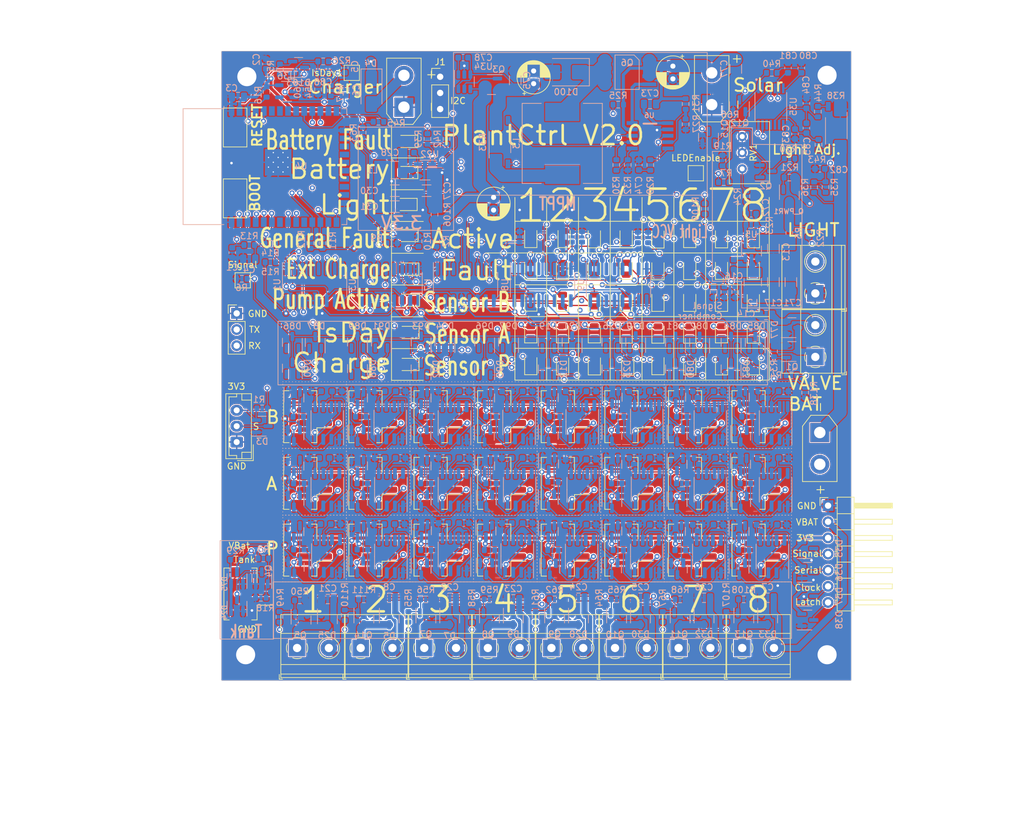
<source format=kicad_pcb>
(kicad_pcb (version 20221018) (generator pcbnew)

  (general
    (thickness 1.6)
  )

  (paper "A4")
  (layers
    (0 "F.Cu" signal)
    (1 "In1.Cu" signal)
    (2 "In2.Cu" signal)
    (31 "B.Cu" signal)
    (32 "B.Adhes" user "B.Adhesive")
    (33 "F.Adhes" user "F.Adhesive")
    (34 "B.Paste" user)
    (35 "F.Paste" user)
    (36 "B.SilkS" user "B.Silkscreen")
    (37 "F.SilkS" user "F.Silkscreen")
    (38 "B.Mask" user)
    (39 "F.Mask" user)
    (40 "Dwgs.User" user "User.Drawings")
    (41 "Cmts.User" user "User.Comments")
    (42 "Eco1.User" user "User.Eco1")
    (43 "Eco2.User" user "User.Eco2")
    (44 "Edge.Cuts" user)
    (45 "Margin" user)
    (46 "B.CrtYd" user "B.Courtyard")
    (47 "F.CrtYd" user "F.Courtyard")
    (48 "B.Fab" user)
    (49 "F.Fab" user)
  )

  (setup
    (stackup
      (layer "F.SilkS" (type "Top Silk Screen"))
      (layer "F.Paste" (type "Top Solder Paste"))
      (layer "F.Mask" (type "Top Solder Mask") (thickness 0.01))
      (layer "F.Cu" (type "copper") (thickness 0.035))
      (layer "dielectric 1" (type "prepreg") (thickness 0.1) (material "FR4") (epsilon_r 4.5) (loss_tangent 0.02))
      (layer "In1.Cu" (type "copper") (thickness 0.035))
      (layer "dielectric 2" (type "core") (thickness 1.24) (material "FR4") (epsilon_r 4.5) (loss_tangent 0.02))
      (layer "In2.Cu" (type "copper") (thickness 0.035))
      (layer "dielectric 3" (type "prepreg") (thickness 0.1) (material "FR4") (epsilon_r 4.5) (loss_tangent 0.02))
      (layer "B.Cu" (type "copper") (thickness 0.035))
      (layer "B.Mask" (type "Bottom Solder Mask") (thickness 0.01))
      (layer "B.Paste" (type "Bottom Solder Paste"))
      (layer "B.SilkS" (type "Bottom Silk Screen"))
      (copper_finish "HAL lead-free")
      (dielectric_constraints no)
    )
    (pad_to_mask_clearance 0.05)
    (aux_axis_origin 68.58 26.67)
    (grid_origin 68.58 26.67)
    (pcbplotparams
      (layerselection 0x003ffff_ffffffff)
      (plot_on_all_layers_selection 0x0000000_00000000)
      (disableapertmacros false)
      (usegerberextensions false)
      (usegerberattributes false)
      (usegerberadvancedattributes false)
      (creategerberjobfile false)
      (dashed_line_dash_ratio 12.000000)
      (dashed_line_gap_ratio 3.000000)
      (svgprecision 4)
      (plotframeref false)
      (viasonmask false)
      (mode 1)
      (useauxorigin false)
      (hpglpennumber 1)
      (hpglpenspeed 20)
      (hpglpendiameter 15.000000)
      (dxfpolygonmode true)
      (dxfimperialunits true)
      (dxfusepcbnewfont true)
      (psnegative false)
      (psa4output false)
      (plotreference true)
      (plotvalue true)
      (plotinvisibletext false)
      (sketchpadsonfab false)
      (subtractmaskfromsilk false)
      (outputformat 1)
      (mirror false)
      (drillshape 0)
      (scaleselection 1)
      (outputdirectory "gerber/")
    )
  )

  (net 0 "")
  (net 1 "Net-(U4-IO0)")
  (net 2 "Net-(U4-EN)")
  (net 3 "VBAT")
  (net 4 "GND")
  (net 5 "Net-(S_A_1-Pin_1)")
  (net 6 "Net-(U10-CV)")
  (net 7 "Net-(D2-A)")
  (net 8 "Net-(D12-A)")
  (net 9 "unconnected-(D12-K-Pad2)")
  (net 10 "3_3V")
  (net 11 "Temp")
  (net 12 "unconnected-(D19-K-Pad2)")
  (net 13 "Net-(S_B_1-Pin_1)")
  (net 14 "Net-(D21-A)")
  (net 15 "Net-(U22-BST)")
  (net 16 "Net-(PUMP2-Pin_1)")
  (net 17 "PUMP_ENABLE")
  (net 18 "TANK_SENSOR")
  (net 19 "Net-(PUMP3-Pin_1)")
  (net 20 "Net-(PUMP4-Pin_1)")
  (net 21 "Net-(PUMP1-Pin_1)")
  (net 22 "Net-(PUMP5-Pin_1)")
  (net 23 "Net-(PUMP6-Pin_1)")
  (net 24 "Net-(PUMP7-Pin_1)")
  (net 25 "Net-(PUMP8-Pin_1)")
  (net 26 "SerialOut")
  (net 27 "Clock")
  (net 28 "Latch")
  (net 29 "Net-(Q1-G)")
  (net 30 "unconnected-(D21-K-Pad2)")
  (net 31 "ESP_RX")
  (net 32 "ESP_TX")
  (net 33 "Net-(Boot1-Pad2)")
  (net 34 "SDA")
  (net 35 "SCL")
  (net 36 "unconnected-(D23-K-Pad2)")
  (net 37 "Net-(D26-A)")
  (net 38 "Net-(D10-K)")
  (net 39 "Net-(Q5-G)")
  (net 40 "unconnected-(D26-K-Pad2)")
  (net 41 "Net-(Q7-G)")
  (net 42 "Net-(Q8-G)")
  (net 43 "Net-(Q9-G)")
  (net 44 "Net-(Q10-G)")
  (net 45 "Net-(Q11-G)")
  (net 46 "Net-(Q4-G)")
  (net 47 "Net-(Q13-G)")
  (net 48 "Net-(Q14-G)")
  (net 49 "Net-(D78-A)")
  (net 50 "Net-(D79-A)")
  (net 51 "Net-(C5-Pad2)")
  (net 52 "unconnected-(D79-K-Pad2)")
  (net 53 "Net-(U11-CV)")
  (net 54 "Net-(D19-A)")
  (net 55 "PUMP1")
  (net 56 "Net-(D23-A)")
  (net 57 "PUMP3")
  (net 58 "Net-(D80-A)")
  (net 59 "Net-(R14-Pad2)")
  (net 60 "PUMP4")
  (net 61 "PUMP5")
  (net 62 "PUMP6")
  (net 63 "PUMP7")
  (net 64 "PUMP8")
  (net 65 "PUMP2")
  (net 66 "unconnected-(U4-SENSOR_VP-Pad4)")
  (net 67 "unconnected-(U4-IO34-Pad6)")
  (net 68 "unconnected-(U4-IO35-Pad7)")
  (net 69 "Net-(D78-K)")
  (net 70 "unconnected-(U4-IO14-Pad13)")
  (net 71 "unconnected-(U4-IO12-Pad14)")
  (net 72 "unconnected-(D80-K-Pad2)")
  (net 73 "unconnected-(U4-SHD{slash}SD2-Pad17)")
  (net 74 "unconnected-(U4-SWP{slash}SD3-Pad18)")
  (net 75 "unconnected-(U4-SCS{slash}CMD-Pad19)")
  (net 76 "unconnected-(U4-SCK{slash}CLK-Pad20)")
  (net 77 "unconnected-(U4-SDO{slash}SD0-Pad21)")
  (net 78 "unconnected-(U4-SDI{slash}SD1-Pad22)")
  (net 79 "unconnected-(U4-IO15-Pad23)")
  (net 80 "unconnected-(U4-IO5-Pad29)")
  (net 81 "SIGNAL")
  (net 82 "SerialIn")
  (net 83 "unconnected-(U4-NC-Pad32)")
  (net 84 "SENSOR1_PUMP_END")
  (net 85 "SENSOR1_A")
  (net 86 "SENSOR1_B")
  (net 87 "SENSOR2_PUMP_END")
  (net 88 "SENSOR2_A")
  (net 89 "SENSOR2_B")
  (net 90 "SENSOR3_PUMP_END")
  (net 91 "SENSOR3_A")
  (net 92 "SENSOR3_B")
  (net 93 "SENSOR4_PUMP_END")
  (net 94 "SENSOR4_A")
  (net 95 "SENSOR4_B")
  (net 96 "SENSOR5_PUMP_END")
  (net 97 "SENSOR5_A")
  (net 98 "SENSOR5_B")
  (net 99 "SENSOR6_PUMP_END")
  (net 100 "SENSOR6_A")
  (net 101 "SENSOR6_B")
  (net 102 "SENSOR7_PUMP_END")
  (net 103 "SENSOR7_A")
  (net 104 "SENSOR7_B")
  (net 105 "SENSOR8_PUMP_END")
  (net 106 "SENSOR8_A")
  (net 107 "SENSOR8_B")
  (net 108 "Net-(D10-A)")
  (net 109 "Net-(D2-K)")
  (net 110 "Net-(S_P_2-Pin_1)")
  (net 111 "Net-(U12-CV)")
  (net 112 "Net-(S_A_2-Pin_1)")
  (net 113 "Net-(U13-CV)")
  (net 114 "Net-(U2-CV)")
  (net 115 "Net-(S_B_2-Pin_1)")
  (net 116 "Net-(U14-CV)")
  (net 117 "Net-(S_P_3-Pin_1)")
  (net 118 "Net-(U15-CV)")
  (net 119 "Net-(S_A_3-Pin_1)")
  (net 120 "Net-(U16-CV)")
  (net 121 "Net-(S_B_3-Pin_1)")
  (net 122 "Net-(U17-CV)")
  (net 123 "Net-(S_P_4-Pin_1)")
  (net 124 "Net-(U18-CV)")
  (net 125 "Net-(S_A_4-Pin_1)")
  (net 126 "Net-(U19-CV)")
  (net 127 "Net-(S_B_4-Pin_1)")
  (net 128 "Net-(U20-CV)")
  (net 129 "Net-(S_P_5-Pin_1)")
  (net 130 "Net-(U21-CV)")
  (net 131 "Net-(S_A_5-Pin_1)")
  (net 132 "Net-(U23-CV)")
  (net 133 "Net-(P_FAULT1-K)")
  (net 134 "Net-(P_FAULT2-K)")
  (net 135 "Net-(P_FAULT3-K)")
  (net 136 "Net-(P_FAULT4-K)")
  (net 137 "Net-(P_FAULT5-K)")
  (net 138 "Net-(P_FAULT6-K)")
  (net 139 "Net-(P_FAULT7-K)")
  (net 140 "Net-(P_FAULT8-K)")
  (net 141 "Net-(S_B_5-Pin_1)")
  (net 142 "Net-(U24-CV)")
  (net 143 "Net-(S_P_6-Pin_1)")
  (net 144 "Net-(U25-CV)")
  (net 145 "Net-(S_A_6-Pin_1)")
  (net 146 "Net-(U26-CV)")
  (net 147 "Net-(S_B_6-Pin_1)")
  (net 148 "Net-(U27-CV)")
  (net 149 "Net-(S_P_7-Pin_1)")
  (net 150 "Net-(U28-CV)")
  (net 151 "Net-(S_A_7-Pin_1)")
  (net 152 "Net-(U29-CV)")
  (net 153 "Net-(S_B_7-Pin_1)")
  (net 154 "Net-(U30-CV)")
  (net 155 "Net-(S_P_8-Pin_1)")
  (net 156 "Net-(U31-CV)")
  (net 157 "Net-(S_A_8-Pin_1)")
  (net 158 "Net-(U32-CV)")
  (net 159 "Net-(S_B_8-Pin_1)")
  (net 160 "Net-(U33-CV)")
  (net 161 "Net-(S_P_1-Pin_1)")
  (net 162 "Net-(S_P_1-Pin_2)")
  (net 163 "Net-(S_A_1-Pin_2)")
  (net 164 "Net-(S_B_1-Pin_2)")
  (net 165 "Net-(S_P_2-Pin_2)")
  (net 166 "Net-(S_A_2-Pin_2)")
  (net 167 "Net-(S_B_2-Pin_2)")
  (net 168 "Net-(S_P_3-Pin_2)")
  (net 169 "Net-(S_A_3-Pin_2)")
  (net 170 "Net-(S_B_3-Pin_2)")
  (net 171 "Net-(S_P_4-Pin_2)")
  (net 172 "Net-(S_A_4-Pin_2)")
  (net 173 "Net-(S_B_4-Pin_2)")
  (net 174 "Net-(S_P_5-Pin_2)")
  (net 175 "Net-(S_A_5-Pin_2)")
  (net 176 "Net-(S_B_5-Pin_2)")
  (net 177 "Net-(S_P_6-Pin_2)")
  (net 178 "Net-(S_A_6-Pin_2)")
  (net 179 "Net-(S_B_6-Pin_2)")
  (net 180 "Net-(S_P_7-Pin_2)")
  (net 181 "Net-(S_A_7-Pin_2)")
  (net 182 "Net-(S_B_7-Pin_2)")
  (net 183 "Net-(S_P_8-Pin_2)")
  (net 184 "Net-(S_A_8-Pin_2)")
  (net 185 "Net-(S_B_8-Pin_2)")
  (net 186 "Net-(D81-A)")
  (net 187 "unconnected-(D81-K-Pad2)")
  (net 188 "Net-(D82-A)")
  (net 189 "unconnected-(D82-K-Pad2)")
  (net 190 "Net-(D83-A)")
  (net 191 "unconnected-(D83-K-Pad2)")
  (net 192 "Net-(D84-A)")
  (net 193 "unconnected-(D84-K-Pad2)")
  (net 194 "Net-(D85-A)")
  (net 195 "unconnected-(D85-K-Pad2)")
  (net 196 "Net-(D86-A)")
  (net 197 "unconnected-(D86-K-Pad2)")
  (net 198 "Net-(D87-A)")
  (net 199 "unconnected-(D87-K-Pad2)")
  (net 200 "Net-(D88-A)")
  (net 201 "unconnected-(D88-K-Pad2)")
  (net 202 "Net-(D89-A)")
  (net 203 "unconnected-(D89-K-Pad2)")
  (net 204 "Net-(D90-A)")
  (net 205 "unconnected-(D90-K-Pad2)")
  (net 206 "Net-(D91-A)")
  (net 207 "unconnected-(D91-K-Pad2)")
  (net 208 "Net-(D92-A)")
  (net 209 "unconnected-(D92-K-Pad2)")
  (net 210 "unconnected-(U2-DIS-Pad7)")
  (net 211 "unconnected-(U10-DIS-Pad7)")
  (net 212 "unconnected-(U11-DIS-Pad7)")
  (net 213 "unconnected-(U12-DIS-Pad7)")
  (net 214 "unconnected-(U13-DIS-Pad7)")
  (net 215 "unconnected-(U14-DIS-Pad7)")
  (net 216 "unconnected-(U15-DIS-Pad7)")
  (net 217 "unconnected-(U16-DIS-Pad7)")
  (net 218 "unconnected-(U17-DIS-Pad7)")
  (net 219 "unconnected-(U18-DIS-Pad7)")
  (net 220 "unconnected-(U19-DIS-Pad7)")
  (net 221 "unconnected-(U20-DIS-Pad7)")
  (net 222 "unconnected-(U21-DIS-Pad7)")
  (net 223 "unconnected-(U23-DIS-Pad7)")
  (net 224 "unconnected-(U24-DIS-Pad7)")
  (net 225 "unconnected-(U25-DIS-Pad7)")
  (net 226 "unconnected-(U26-DIS-Pad7)")
  (net 227 "unconnected-(U27-DIS-Pad7)")
  (net 228 "unconnected-(U28-DIS-Pad7)")
  (net 229 "unconnected-(U29-DIS-Pad7)")
  (net 230 "unconnected-(U30-DIS-Pad7)")
  (net 231 "unconnected-(U31-DIS-Pad7)")
  (net 232 "unconnected-(U32-DIS-Pad7)")
  (net 233 "unconnected-(U33-DIS-Pad7)")
  (net 234 "IsDay")
  (net 235 "S_VIN")
  (net 236 "Net-(D93-A)")
  (net 237 "unconnected-(D93-K-Pad2)")
  (net 238 "Net-(D94-A)")
  (net 239 "unconnected-(D94-K-Pad2)")
  (net 240 "Net-(D95-A)")
  (net 241 "unconnected-(D95-K-Pad2)")
  (net 242 "Net-(D96-A)")
  (net 243 "unconnected-(D96-K-Pad2)")
  (net 244 "Net-(D97-A)")
  (net 245 "unconnected-(D97-K-Pad2)")
  (net 246 "Net-(P_FAULT1-A)")
  (net 247 "Net-(P_FAULT2-A)")
  (net 248 "Net-(P_FAULT3-A)")
  (net 249 "Net-(P_FAULT4-A)")
  (net 250 "Net-(P_FAULT5-A)")
  (net 251 "Net-(P_FAULT6-A)")
  (net 252 "Net-(P_FAULT7-A)")
  (net 253 "Net-(P_FAULT8-A)")
  (net 254 "5K_VBAT")
  (net 255 "1K_GND")
  (net 256 "Net-(U1-QH')")
  (net 257 "Net-(U3-QH')")
  (net 258 "Net-(U7-QH')")
  (net 259 "Net-(U8-QH')")
  (net 260 "/Light_In")
  (net 261 "Net-(U5-BST)")
  (net 262 "Net-(Q2-G)")
  (net 263 "Net-(Q2-D)")
  (net 264 "Net-(Q_PWR1-G)")
  (net 265 "Net-(Q_PWR1-D)")
  (net 266 "LED_ENABLE")
  (net 267 "Net-(I2C3-A)")
  (net 268 "Net-(R24-Pad2)")
  (net 269 "Net-(U5-FB)")
  (net 270 "/Light+")
  (net 271 "Net-(U6-VG)")
  (net 272 "Net-(C74-Pad1)")
  (net 273 "Net-(D98-K)")
  (net 274 "Net-(D98-A)")
  (net 275 "Net-(D100-K)")
  (net 276 "Net-(L3-Pad2)")
  (net 277 "Net-(Q6-G)")
  (net 278 "Net-(U6-MPPT)")
  (net 279 "Net-(U6-COM)")
  (net 280 "Net-(U6-BAT)")
  (net 281 "Net-(U6-FB)")
  (net 282 "Net-(U6-CSP)")
  (net 283 "/3_3IN")
  (net 284 "/Light_cool")
  (net 285 "/3_3V_cool")
  (net 286 "Net-(Q3-S)")
  (net 287 "Net-(U34-VCAP)")
  (net 288 "Net-(Q3-G)")
  (net 289 "Net-(J3-Pin_1)")
  (net 290 "ENABLE_TANK")
  (net 291 "Net-(battery1-Pin_1)")
  (net 292 "Net-(U35-BAT)")
  (net 293 "Net-(U35-SRP)")
  (net 294 "Net-(U35-SRN)")
  (net 295 "Net-(D76-K)")
  (net 296 "Net-(D76-A)")
  (net 297 "Net-(D13-K)")
  (net 298 "Net-(D13-A)")
  (net 299 "Net-(R38-Pad2)")
  (net 300 "Net-(R38-Pad3)")
  (net 301 "BAT_LED")
  (net 302 "BAT_ALERT")
  (net 303 "unconnected-(U35-P6{slash}TS-Pad11)")
  (net 304 "unconnected-(U35-P5{slash}HDQ-Pad12)")
  (net 305 "REG25")
  (net 306 "EXT_3V3")
  (net 307 "EXT_12V")
  (net 308 "Net-(C88-Pad1)")
  (net 309 "Net-(U36-+)")
  (net 310 "Net-(U36--)")
  (net 311 "Net-(D11-A)")
  (net 312 "Net-(U4-IO25)")

  (footprint "Button_Switch_SMD:SW_SPST_CK_RS282G05A3" (layer "F.Cu") (at 172.33 52.67 90))

  (footprint "LED_SMD:LED_0805_2012Metric" (layer "F.Cu") (at 228.83 84.8825 90))

  (footprint "LED_SMD:LED_0805_2012Metric" (layer "F.Cu") (at 233.83 79.8825 90))

  (footprint "Connector_AMASS:AMASS_XT30UPB-M_1x02_P5.0mm_Vertical" (layer "F.Cu") (at 247.28 49.07 90))

  (footprint "LED_SMD:LED_0805_2012Metric" (layer "F.Cu") (at 199.53 74.9575 180))

  (footprint "Button_Switch_SMD:SW_SPST_CK_RS282G05A3" (layer "F.Cu") (at 172.33 63.82 -90))

  (footprint "LED_SMD:LED_0805_2012Metric" (layer "F.Cu") (at 218.83 74.8825 90))

  (footprint "Connector_JST:JST_PH_B2B-PH-SM4-TB_1x02-1MP_P2.00mm_Vertical" (layer "F.Cu") (at 224.83 119.17 90))

  (footprint "LED_SMD:LED_0805_2012Metric" (layer "F.Cu") (at 228.83 74.92 90))

  (footprint "Connector_JST:JST_PH_B2B-PH-SM4-TB_1x02-1MP_P2.00mm_Vertical" (layer "F.Cu") (at 244.83 98.17 90))

  (footprint "LED_SMD:LED_0805_2012Metric" (layer "F.Cu") (at 218.83 79.8825 90))

  (footprint "Connector_AMASS:AMASS_XT30UPB-F_1x02_P5.0mm_Vertical" (layer "F.Cu") (at 264.28 100.67 -90))

  (footprint "LED_SMD:LED_0805_2012Metric" (layer "F.Cu") (at 223.83 79.92 90))

  (footprint "Connector_JST:JST_PH_B2B-PH-SM4-TB_1x02-1MP_P2.00mm_Vertical" (layer "F.Cu") (at 254.83 108.67 90))

  (footprint "TerminalBlock_Phoenix:TerminalBlock_Phoenix_MKDS-1,5-2_1x02_P5.00mm_Horizontal" (layer "F.Cu") (at 232.08 134.575))

  (footprint "TerminalBlock_Phoenix:TerminalBlock_Phoenix_MKDS-1,5-2_1x02_P5.00mm_Horizontal" (layer "F.Cu") (at 242.08 134.575))

  (footprint "TerminalBlock_Phoenix:TerminalBlock_Phoenix_MKDS-1,5-2_1x02_P5.00mm_Horizontal" (layer "F.Cu") (at 263.58 88.77 90))

  (footprint "Connector_JST:JST_PH_B2B-PH-SM4-TB_1x02-1MP_P2.00mm_Vertical" (layer "F.Cu") (at 194.58 98.17 90))

  (footprint "Connector_JST:JST_EH_B3B-EH-A_1x03_P2.50mm_Vertical" (layer "F.Cu") (at 172.58 102.17 90))

  (footprint "LED_SMD:LED_0805_2012Metric" (layer "F.Cu") (at 238.83 84.92 90))

  (footprint "LED_SMD:LED_0805_2012Metric" (layer "F.Cu") (at 199.43 69.6575 180))

  (footprint "Connector_PinHeader_2.54mm:PinHeader_1x07_P2.54mm_Horizontal" (layer "F.Cu") (at 265.58 112.17))

  (footprint "LED_SMD:LED_0805_2012Metric" (layer "F.Cu") (at 243.83 69.8825 90))

  (footprint "Connector_JST:JST_PH_B2B-PH-SM4-TB_1x02-1MP_P2.00mm_Vertical" (layer "F.Cu") (at 244.83 119.17 90))

  (footprint "LED_SMD:LED_0805_2012Metric" (layer "F.Cu") (at 233.83 74.8825 90))

  (footprint "LED_SMD:LED_0805_2012Metric" (layer "F.Cu") (at 233.83 84.92 90))

  (footprint "LED_SMD:LED_0805_2012Metric" (layer "F.Cu") (at 243.83 74.92 90))

  (footprint "Connector_JST:JST_PH_B2B-PH-SM4-TB_1x02-1MP_P2.00mm_Vertical" (layer "F.Cu") (at 224.83 108.67 90))

  (footprint "LED_SMD:LED_0805_2012Metric" (layer "F.Cu") (at 218.83 84.8825 90))

  (footprint "TerminalBlock_Phoenix:TerminalBlock_Phoenix_MKDS-1,5-2_1x02_P5.00mm_Horizontal" (layer "F.Cu") (at 222.08 134.575))

  (footprint "LED_SMD:LED_0805_2012Metric" (layer "F.Cu") (at 224.08 69.8825 90))

  (footprint "LED_SMD:LED_0805_2012Metric" (layer "F.Cu") (at 199.38 59.7575 180))

  (footprint "Connector_JST:JST_PH_B2B-PH-SM4-TB_1x02-1MP_P2.00mm_Vertical" (layer "F.Cu") (at 184.33 119.17 90))

  (footprint "LED_SMD:LED_0805_2012Metric" (layer "F.Cu") (at 218.83 89.8825 90))

  (footprint "LED_SMD:LED_0805_2012Metric" (layer "F.Cu") (at 248.83 84.8825 90))

  (footprint "TestPoint:TestPoint_Pad_2.0x2.0mm" (layer "F.Cu") (at 244.78 59.87 180))

  (footprint "TerminalBlock_Phoenix:TerminalBlock_Phoenix_MKDS-1,5-2_1x02_P5.00
... [6004430 chars truncated]
</source>
